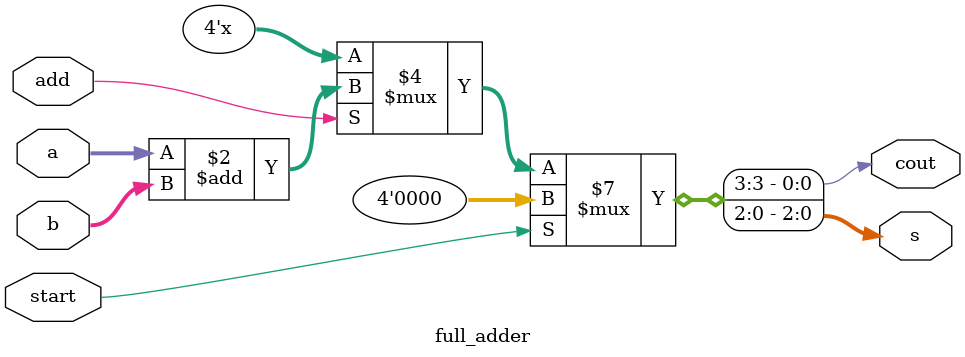
<source format=v>
`timescale 1ns / 1ps


module full_adder
#(parameter WIDTH = 3)
(
    input start,
    input add,
    input [(WIDTH - 1):0] a,
    input [(WIDTH - 1):0] b,
    output reg [(WIDTH - 1):0] s,
    output reg cout
);
    
    always @ * begin
        if (start) begin
            {cout, s} <= {(WIDTH+1){1'b0}};
        end
        else if (add) begin
            {cout, s} <= a + b;
        end
        else begin
            {cout, s} <= {cout, s};
        end
    end
endmodule

</source>
